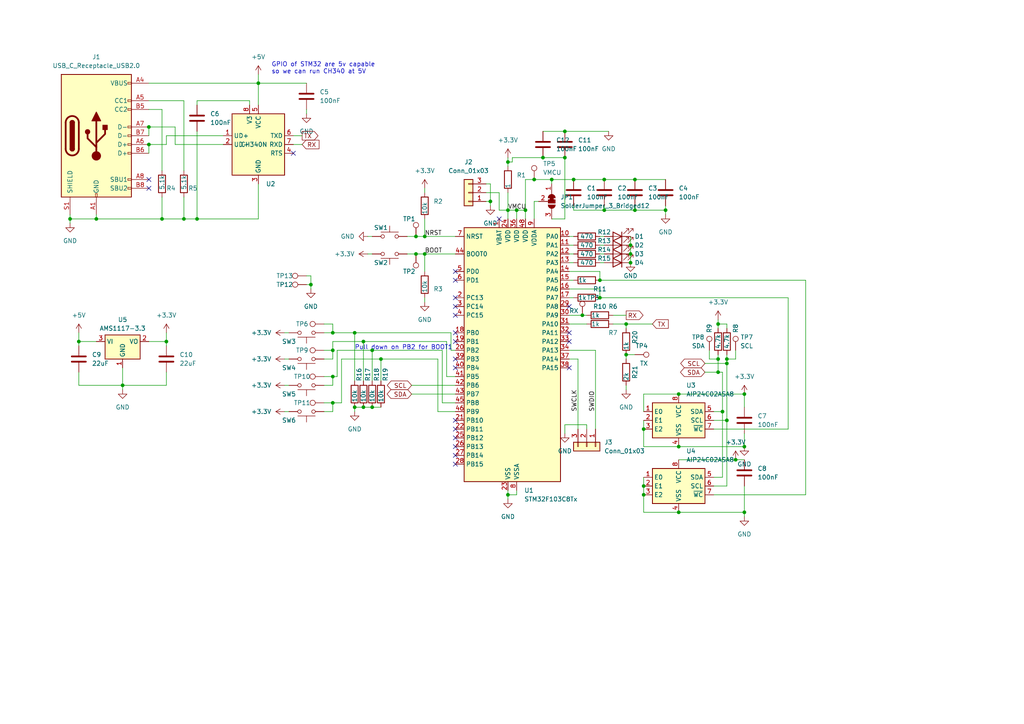
<source format=kicad_sch>
(kicad_sch (version 20230121) (generator eeschema)
  (paper "A4")
  (lib_symbols
    (symbol "CH340N:CH340N"
      (property "Reference" "U" (at -6.35 10.16 0))
      (symbol "CH340N_1_1"
        (pin bidirectional line (at -8.89 2.54 0) (length 2.54) (name "UD+") (number "1"))
        (pin bidirectional line (at -8.89 0 0) (length 2.54) (name "UD-") (number "2"))
        (pin power_in line (at 1.27 -11.43 90) (length 2.54) (name "GND") (number "3"))
        (pin input line (at 11.43 -2.54 180) (length 2.54) (name "RTS") (number "4"))
        (pin power_in line (at 1.27 11.43 270) (length 2.54) (name "VCC") (number "5"))
        (pin output line (at 11.43 2.54 180) (length 2.54) (name "TXD") (number "6"))
        (pin input line (at 11.43 0 180) (length 2.54) (name "RXD") (number "7"))
        (pin passive line (at -1.27 11.43 270) (length 2.54) (name "V3") (number "8"))
      )
    )
    (symbol "Connector:TestPoint" (pin_numbers hide) (pin_names (offset 0.762) hide)
      (property "Reference" "TP" (at 0 6.858 0))
      (property "Value" "TestPoint" (at 0 5.08 0))
      (symbol "TestPoint_1_1"
        (pin passive line (at 0 0 90) (length 2.54) (name "1") (number "1"))
      )
    )
    (symbol "Connector:USB_C_Receptacle_USB2.0" (pin_names (offset 1.016))
      (property "Reference" "J" (at -10.16 19.05 0))
      (property "Value" "USB_C_Receptacle_USB2.0" (at 19.05 19.05 0))
      (symbol "USB_C_Receptacle_USB2.0_1_1"
        (pin passive line (at 0 -22.86 90) (length 5.08) (name "GND") (number "A1"))
        (pin passive line (at 0 -22.86 90) (length 5.08) hide (name "GND") (number "A12"))
        (pin passive line (at 15.24 15.24 180) (length 5.08) (name "VBUS") (number "A4"))
        (pin bidirectional line (at 15.24 10.16 180) (length 5.08) (name "CC1") (number "A5"))
        (pin bidirectional line (at 15.24 -2.54 180) (length 5.08) (name "D+") (number "A6"))
        (pin bidirectional line (at 15.24 2.54 180) (length 5.08) (name "D-") (number "A7"))
        (pin bidirectional line (at 15.24 -12.7 180) (length 5.08) (name "SBU1") (number "A8"))
        (pin passive line (at 15.24 15.24 180) (length 5.08) hide (name "VBUS") (number "A9"))
        (pin passive line (at 0 -22.86 90) (length 5.08) hide (name "GND") (number "B1"))
        (pin passive line (at 0 -22.86 90) (length 5.08) hide (name "GND") (number "B12"))
        (pin passive line (at 15.24 15.24 180) (length 5.08) hide (name "VBUS") (number "B4"))
        (pin bidirectional line (at 15.24 7.62 180) (length 5.08) (name "CC2") (number "B5"))
        (pin bidirectional line (at 15.24 -5.08 180) (length 5.08) (name "D+") (number "B6"))
        (pin bidirectional line (at 15.24 0 180) (length 5.08) (name "D-") (number "B7"))
        (pin bidirectional line (at 15.24 -15.24 180) (length 5.08) (name "SBU2") (number "B8"))
        (pin passive line (at 15.24 15.24 180) (length 5.08) hide (name "VBUS") (number "B9"))
        (pin passive line (at -7.62 -22.86 90) (length 5.08) (name "SHIELD") (number "S1"))
      )
    )
    (symbol "Connector_Generic:Conn_01x03" (pin_names (offset 1.016) hide)
      (property "Reference" "J" (at 0 5.08 0))
      (property "Value" "Conn_01x03" (at 0 -5.08 0))
      (symbol "Conn_01x03_1_1"
        (pin passive line (at -5.08 2.54 0) (length 3.81) (name "Pin_1") (number "1"))
        (pin passive line (at -5.08 0 0) (length 3.81) (name "Pin_2") (number "2"))
        (pin passive line (at -5.08 -2.54 0) (length 3.81) (name "Pin_3") (number "3"))
      )
    )
    (symbol "Device:C" (pin_numbers hide) (pin_names (offset 0.254))
      (property "Reference" "C" (at 0.635 2.54 0))
      (property "Value" "C" (at 0.635 -2.54 0))
      (symbol "C_1_1"
        (pin passive line (at 0 3.81 270) (length 2.794) (name "~") (number "1"))
        (pin passive line (at 0 -3.81 90) (length 2.794) (name "~") (number "2"))
      )
    )
    (symbol "Device:LED" (pin_numbers hide) (pin_names (offset 1.016) hide)
      (property "Reference" "D" (at 0 2.54 0))
      (property "Value" "LED" (at 0 -2.54 0))
      (symbol "LED_1_1"
        (pin passive line (at -3.81 0 0) (length 2.54) (name "K") (number "1"))
        (pin passive line (at 3.81 0 180) (length 2.54) (name "A") (number "2"))
      )
    )
    (symbol "Device:R" (pin_numbers hide) (pin_names (offset 0))
      (property "Reference" "R" (at 2.032 0 90))
      (property "Value" "R" (at 0 0 90))
      (symbol "R_1_1"
        (pin passive line (at 0 3.81 270) (length 1.27) (name "~") (number "1"))
        (pin passive line (at 0 -3.81 90) (length 1.27) (name "~") (number "2"))
      )
    )
    (symbol "Jumper:SolderJumper_3_Bridged12" (pin_names (offset 0) hide)
      (property "Reference" "JP" (at -2.54 -2.54 0))
      (property "Value" "SolderJumper_3_Bridged12" (at 0 2.794 0))
      (symbol "SolderJumper_3_Bridged12_1_1"
        (pin passive line (at -5.08 0 0) (length 2.54) (name "A") (number "1"))
        (pin passive line (at 0 -3.81 90) (length 2.54) (name "C") (number "2"))
        (pin passive line (at 5.08 0 180) (length 2.54) (name "B") (number "3"))
      )
    )
    (symbol "MCU_ST_STM32F1:STM32F103C8Tx"
      (property "Reference" "U" (at -12.7 39.37 0))
      (property "Value" "STM32F103C8Tx" (at 10.16 39.37 0))
      (symbol "STM32F103C8Tx_1_1"
        (pin power_in line (at -2.54 40.64 270) (length 2.54) (name "VBAT") (number "1"))
        (pin bidirectional line (at 17.78 35.56 180) (length 2.54) (name "PA0") (number "10"))
        (pin bidirectional line (at 17.78 33.02 180) (length 2.54) (name "PA1") (number "11"))
        (pin bidirectional line (at 17.78 30.48 180) (length 2.54) (name "PA2") (number "12"))
        (pin bidirectional line (at 17.78 27.94 180) (length 2.54) (name "PA3") (number "13"))
        (pin bidirectional line (at 17.78 25.4 180) (length 2.54) (name "PA4") (number "14"))
        (pin bidirectional line (at 17.78 22.86 180) (length 2.54) (name "PA5") (number "15"))
        (pin bidirectional line (at 17.78 20.32 180) (length 2.54) (name "PA6") (number "16"))
        (pin bidirectional line (at 17.78 17.78 180) (length 2.54) (name "PA7") (number "17"))
        (pin bidirectional line (at -15.24 7.62 0) (length 2.54) (name "PB0") (number "18"))
        (pin bidirectional line (at -15.24 5.08 0) (length 2.54) (name "PB1") (number "19"))
        (pin bidirectional line (at -15.24 17.78 0) (length 2.54) (name "PC13") (number "2"))
        (pin bidirectional line (at -15.24 2.54 0) (length 2.54) (name "PB2") (number "20"))
        (pin bidirectional line (at -15.24 -17.78 0) (length 2.54) (name "PB10") (number "21"))
        (pin bidirectional line (at -15.24 -20.32 0) (length 2.54) (name "PB11") (number "22"))
        (pin power_in line (at 0 -38.1 90) (length 2.54) (name "VSS") (number "23"))
        (pin power_in line (at 0 40.64 270) (length 2.54) (name "VDD") (number "24"))
        (pin bidirectional line (at -15.24 -22.86 0) (length 2.54) (name "PB12") (number "25"))
        (pin bidirectional line (at -15.24 -25.4 0) (length 2.54) (name "PB13") (number "26"))
        (pin bidirectional line (at -15.24 -27.94 0) (length 2.54) (name "PB14") (number "27"))
        (pin bidirectional line (at -15.24 -30.48 0) (length 2.54) (name "PB15") (number "28"))
        (pin bidirectional line (at 17.78 15.24 180) (length 2.54) (name "PA8") (number "29"))
        (pin bidirectional line (at -15.24 15.24 0) (length 2.54) (name "PC14") (number "3"))
        (pin bidirectional line (at 17.78 12.7 180) (length 2.54) (name "PA9") (number "30"))
        (pin bidirectional line (at 17.78 10.16 180) (length 2.54) (name "PA10") (number "31"))
        (pin bidirectional line (at 17.78 7.62 180) (length 2.54) (name "PA11") (number "32"))
        (pin bidirectional line (at 17.78 5.08 180) (length 2.54) (name "PA12") (number "33"))
        (pin bidirectional line (at 17.78 2.54 180) (length 2.54) (name "PA13") (number "34"))
        (pin passive line (at 0 -38.1 90) (length 2.54) hide (name "VSS") (number "35"))
        (pin power_in line (at 2.54 40.64 270) (length 2.54) (name "VDD") (number "36"))
        (pin bidirectional line (at 17.78 0 180) (length 2.54) (name "PA14") (number "37"))
        (pin bidirectional line (at 17.78 -2.54 180) (length 2.54) (name "PA15") (number "38"))
        (pin bidirectional line (at -15.24 0 0) (length 2.54) (name "PB3") (number "39"))
        (pin bidirectional line (at -15.24 12.7 0) (length 2.54) (name "PC15") (number "4"))
        (pin bidirectional line (at -15.24 -2.54 0) (length 2.54) (name "PB4") (number "40"))
        (pin bidirectional line (at -15.24 -5.08 0) (length 2.54) (name "PB5") (number "41"))
        (pin bidirectional line (at -15.24 -7.62 0) (length 2.54) (name "PB6") (number "42"))
        (pin bidirectional line (at -15.24 -10.16 0) (length 2.54) (name "PB7") (number "43"))
        (pin input line (at -15.24 30.48 0) (length 2.54) (name "BOOT0") (number "44"))
        (pin bidirectional line (at -15.24 -12.7 0) (length 2.54) (name "PB8") (number "45"))
        (pin bidirectional line (at -15.24 -15.24 0) (length 2.54) (name "PB9") (number "46"))
        (pin passive line (at 0 -38.1 90) (length 2.54) hide (name "VSS") (number "47"))
        (pin power_in line (at 5.08 40.64 270) (length 2.54) (name "VDD") (number "48"))
        (pin bidirectional line (at -15.24 25.4 0) (length 2.54) (name "PD0") (number "5"))
        (pin bidirectional line (at -15.24 22.86 0) (length 2.54) (name "PD1") (number "6"))
        (pin input line (at -15.24 35.56 0) (length 2.54) (name "NRST") (number "7"))
        (pin power_in line (at 2.54 -38.1 90) (length 2.54) (name "VSSA") (number "8"))
        (pin power_in line (at 7.62 40.64 270) (length 2.54) (name "VDDA") (number "9"))
      )
    )
    (symbol "Memory_EEPROM:M24C02-FMN"
      (property "Reference" "U" (at -6.35 6.35 0))
      (property "Value" "M24C02-FMN" (at 7.62 6.35 0))
      (symbol "M24C02-FMN_1_1"
        (pin input line (at -10.16 2.54 0) (length 2.54) (name "E0") (number "1"))
        (pin input line (at -10.16 0 0) (length 2.54) (name "E1") (number "2"))
        (pin input line (at -10.16 -2.54 0) (length 2.54) (name "E2") (number "3"))
        (pin power_in line (at 0 -7.62 90) (length 2.54) (name "VSS") (number "4"))
        (pin bidirectional line (at 10.16 2.54 180) (length 2.54) (name "SDA") (number "5"))
        (pin input line (at 10.16 0 180) (length 2.54) (name "SCL") (number "6"))
        (pin input line (at 10.16 -2.54 180) (length 2.54) (name "~{WC}") (number "7"))
        (pin power_in line (at 0 7.62 270) (length 2.54) (name "VCC") (number "8"))
      )
    )
    (symbol "Regulator_Linear:AMS1117-3.3"
      (property "Reference" "U" (at -3.81 3.175 0))
      (property "Value" "AMS1117-3.3" (at 0 3.175 0))
      (symbol "AMS1117-3.3_1_1"
        (pin power_in line (at 0 -7.62 90) (length 2.54) (name "GND") (number "1"))
        (pin power_out line (at 7.62 0 180) (length 2.54) (name "VO") (number "2"))
        (pin power_in line (at -7.62 0 0) (length 2.54) (name "VI") (number "3"))
      )
    )
    (symbol "Switch:SW_Push" (pin_numbers hide) (pin_names (offset 1.016) hide)
      (property "Reference" "SW" (at 1.27 2.54 0))
      (property "Value" "SW_Push" (at 0 -1.524 0))
      (symbol "SW_Push_0_1"
        (pin passive line (at -5.08 0 0) (length 2.54) (name "1") (number "1"))
        (pin passive line (at 5.08 0 180) (length 2.54) (name "2") (number "2"))
      )
    )
    (symbol "power:+3.3V" (power) (pin_names (offset 0))
      (property "Value" "+3.3V" (at 0 3.556 0))
      (symbol "+3.3V_1_1"
        (pin power_in line (at 0 0 90) (length 0) hide (name "+3.3V") (number "1"))
      )
    )
    (symbol "power:+5V" (power) (pin_names (offset 0))
      (property "Value" "+5V" (at 0 3.556 0))
      (symbol "+5V_1_1"
        (pin power_in line (at 0 0 90) (length 0) hide (name "+5V") (number "1"))
      )
    )
    (symbol "power:GND" (power) (pin_names (offset 0))
      (property "Value" "GND" (at 0 -3.81 0))
      (symbol "GND_1_1"
        (pin power_in line (at 0 0 270) (length 0) hide (name "GND") (number "1"))
      )
    )
  )
  (junction (at 215.9 114.3))
  (junction (at 166.37 52.07))
  (junction (at 210.82 105.41))
  (junction (at 215.9 129.54))
  (junction (at 22.86 99.06))
  (junction (at 43.18 41.91))
  (junction (at 208.28 104.14))
  (junction (at 147.32 46.99))
  (junction (at 163.83 38.1))
  (junction (at 181.61 102.87))
  (junction (at 182.88 76.2))
  (junction (at 96.52 96.52))
  (junction (at 173.99 81.28))
  (junction (at 208.28 93.98))
  (junction (at 193.04 60.96))
  (junction (at 215.9 148.59))
  (junction (at 96.52 116.84))
  (junction (at 105.41 118.11))
  (junction (at 210.82 121.92))
  (junction (at 147.32 143.51))
  (junction (at 175.26 60.96))
  (junction (at 35.56 111.76))
  (junction (at 120.65 68.58))
  (junction (at 110.49 104.14))
  (junction (at 57.15 63.5))
  (junction (at 210.82 104.14))
  (junction (at 20.32 63.5))
  (junction (at 196.85 148.59))
  (junction (at 107.95 101.6))
  (junction (at 157.48 45.72))
  (junction (at 120.65 73.66))
  (junction (at 96.52 109.22))
  (junction (at 208.28 107.95))
  (junction (at 123.19 68.58))
  (junction (at 213.36 133.35))
  (junction (at 173.99 86.36))
  (junction (at 196.85 114.3))
  (junction (at 152.4 60.96))
  (junction (at 123.19 73.66))
  (junction (at 163.83 45.72))
  (junction (at 182.88 73.66))
  (junction (at 90.17 82.55))
  (junction (at 96.52 101.6))
  (junction (at 74.93 24.13))
  (junction (at 147.32 60.96))
  (junction (at 196.85 129.54))
  (junction (at 168.91 91.44))
  (junction (at 27.94 63.5))
  (junction (at 181.61 93.98))
  (junction (at 48.26 99.06))
  (junction (at 43.18 36.83))
  (junction (at 175.26 52.07))
  (junction (at 184.15 52.07))
  (junction (at 102.87 96.52))
  (junction (at 186.69 143.51))
  (junction (at 160.02 52.07))
  (junction (at 186.69 140.97))
  (junction (at 184.15 60.96))
  (junction (at 186.69 124.46))
  (junction (at 182.88 71.12))
  (junction (at 154.94 52.07))
  (junction (at 149.86 60.96))
  (junction (at 53.34 63.5))
  (junction (at 142.24 58.42))
  (junction (at 46.99 63.5))
  (junction (at 107.95 118.11))
  (junction (at 209.55 119.38))
  (junction (at 102.87 118.11))
  (junction (at 105.41 99.06))
  (no_connect (at 132.08 86.36))
  (no_connect (at 132.08 78.74))
  (no_connect (at 132.08 127))
  (no_connect (at 165.1 96.52))
  (no_connect (at 43.18 52.07))
  (no_connect (at 132.08 129.54))
  (no_connect (at 132.08 81.28))
  (no_connect (at 165.1 106.68))
  (no_connect (at 144.78 63.5))
  (no_connect (at 132.08 132.08))
  (no_connect (at 132.08 99.06))
  (no_connect (at 132.08 91.44))
  (no_connect (at 85.09 44.45))
  (no_connect (at 165.1 99.06))
  (no_connect (at 43.18 54.61))
  (no_connect (at 132.08 134.62))
  (no_connect (at 132.08 104.14))
  (no_connect (at 132.08 96.52))
  (no_connect (at 132.08 124.46))
  (no_connect (at 132.08 88.9))
  (no_connect (at 132.08 121.92))
  (no_connect (at 165.1 88.9))
  (no_connect (at 132.08 106.68))
  (wire (pts (xy 123.19 73.66) (xy 132.08 73.66)))
  (wire (pts (xy 182.88 68.58) (xy 182.88 71.12)))
  (wire (pts (xy 209.55 119.38) (xy 209.55 138.43)))
  (wire (pts (xy 215.9 148.59) (xy 215.9 149.86)))
  (wire (pts (xy 186.69 124.46) (xy 186.69 129.54)))
  (wire (pts (xy 123.19 68.58) (xy 123.19 63.5)))
  (wire (pts (xy 209.55 138.43) (xy 207.01 138.43)))
  (wire (pts (xy 208.28 93.98) (xy 208.28 95.25)))
  (wire (pts (xy 165.1 78.74) (xy 173.99 78.74)))
  (wire (pts (xy 93.98 109.22) (xy 96.52 109.22)))
  (wire (pts (xy 157.48 38.1) (xy 163.83 38.1)))
  (wire (pts (xy 210.82 121.92) (xy 207.01 121.92)))
  (wire (pts (xy 97.79 109.22) (xy 97.79 101.6)))
  (wire (pts (xy 50.8 41.91) (xy 50.8 36.83)))
  (wire (pts (xy 105.41 99.06) (xy 96.52 99.06)))
  (wire (pts (xy 57.15 63.5) (xy 74.93 63.5)))
  (wire (pts (xy 209.55 107.95) (xy 208.28 107.95)))
  (wire (pts (xy 196.85 133.35) (xy 213.36 133.35)))
  (wire (pts (xy 210.82 104.14) (xy 210.82 105.41)))
  (wire (pts (xy 57.15 38.1) (xy 57.15 63.5)))
  (wire (pts (xy 142.24 59.69) (xy 142.24 58.42)))
  (wire (pts (xy 120.65 68.58) (xy 123.19 68.58)))
  (wire (pts (xy 228.6 86.36) (xy 228.6 124.46)))
  (wire (pts (xy 123.19 68.58) (xy 132.08 68.58)))
  (wire (pts (xy 140.97 53.34) (xy 142.24 53.34)))
  (wire (pts (xy 181.61 93.98) (xy 181.61 95.25)))
  (wire (pts (xy 215.9 140.97) (xy 215.9 148.59)))
  (wire (pts (xy 165.1 101.6) (xy 172.72 101.6)))
  (wire (pts (xy 93.98 96.52) (xy 96.52 96.52)))
  (wire (pts (xy 22.86 111.76) (xy 22.86 107.95)))
  (wire (pts (xy 85.09 39.37) (xy 87.63 39.37)))
  (wire (pts (xy 93.98 116.84) (xy 96.52 116.84)))
  (wire (pts (xy 27.94 63.5) (xy 27.94 62.23)))
  (wire (pts (xy 163.83 125.73) (xy 163.83 123.19)))
  (wire (pts (xy 96.52 96.52) (xy 102.87 96.52)))
  (wire (pts (xy 46.99 31.75) (xy 43.18 31.75)))
  (wire (pts (xy 170.18 123.19) (xy 170.18 124.46)))
  (wire (pts (xy 48.26 100.33) (xy 48.26 99.06)))
  (wire (pts (xy 96.52 93.98) (xy 96.52 96.52)))
  (wire (pts (xy 173.99 86.36) (xy 228.6 86.36)))
  (wire (pts (xy 102.87 118.11) (xy 105.41 118.11)))
  (wire (pts (xy 163.83 38.1) (xy 176.53 38.1)))
  (wire (pts (xy 123.19 86.36) (xy 123.19 87.63)))
  (wire (pts (xy 193.04 59.69) (xy 193.04 60.96)))
  (wire (pts (xy 128.27 101.6) (xy 128.27 116.84)))
  (wire (pts (xy 96.52 109.22) (xy 96.52 111.76)))
  (wire (pts (xy 99.06 116.84) (xy 96.52 116.84)))
  (wire (pts (xy 88.9 31.75) (xy 88.9 33.02)))
  (wire (pts (xy 147.32 143.51) (xy 147.32 144.78)))
  (wire (pts (xy 208.28 107.95) (xy 204.47 107.95)))
  (wire (pts (xy 97.79 101.6) (xy 107.95 101.6)))
  (wire (pts (xy 204.47 105.41) (xy 210.82 105.41)))
  (wire (pts (xy 154.94 63.5) (xy 154.94 58.42)))
  (wire (pts (xy 20.32 62.23) (xy 20.32 63.5)))
  (wire (pts (xy 43.18 36.83) (xy 43.18 39.37)))
  (wire (pts (xy 147.32 60.96) (xy 147.32 63.5)))
  (wire (pts (xy 165.1 86.36) (xy 166.37 86.36)))
  (wire (pts (xy 130.81 101.6) (xy 132.08 101.6)))
  (wire (pts (xy 168.91 91.44) (xy 170.18 91.44)))
  (wire (pts (xy 96.52 116.84) (xy 96.52 119.38)))
  (wire (pts (xy 74.93 63.5) (xy 74.93 53.34)))
  (wire (pts (xy 50.8 36.83) (xy 43.18 36.83)))
  (wire (pts (xy 22.86 100.33) (xy 22.86 99.06)))
  (wire (pts (xy 154.94 58.42) (xy 156.21 58.42)))
  (wire (pts (xy 165.1 81.28) (xy 166.37 81.28)))
  (wire (pts (xy 186.69 143.51) (xy 186.69 148.59)))
  (wire (pts (xy 46.99 63.5) (xy 53.34 63.5)))
  (wire (pts (xy 102.87 118.11) (xy 102.87 119.38)))
  (wire (pts (xy 46.99 49.53) (xy 46.99 31.75)))
  (wire (pts (xy 85.09 41.91) (xy 87.63 41.91)))
  (wire (pts (xy 215.9 129.54) (xy 215.9 125.73)))
  (wire (pts (xy 43.18 41.91) (xy 43.18 44.45)))
  (wire (pts (xy 165.1 93.98) (xy 170.18 93.98)))
  (wire (pts (xy 53.34 29.21) (xy 53.34 49.53)))
  (wire (pts (xy 90.17 82.55) (xy 90.17 83.82)))
  (wire (pts (xy 118.11 68.58) (xy 120.65 68.58)))
  (wire (pts (xy 167.64 104.14) (xy 167.64 124.46)))
  (wire (pts (xy 186.69 140.97) (xy 186.69 143.51)))
  (wire (pts (xy 165.1 73.66) (xy 166.37 73.66)))
  (wire (pts (xy 173.99 68.58) (xy 175.26 68.58)))
  (wire (pts (xy 96.52 99.06) (xy 96.52 101.6)))
  (wire (pts (xy 208.28 93.98) (xy 210.82 93.98)))
  (wire (pts (xy 140.97 55.88) (xy 144.78 55.88)))
  (wire (pts (xy 186.69 148.59) (xy 196.85 148.59)))
  (wire (pts (xy 129.54 99.06) (xy 105.41 99.06)))
  (wire (pts (xy 165.1 91.44) (xy 168.91 91.44)))
  (wire (pts (xy 22.86 99.06) (xy 27.94 99.06)))
  (wire (pts (xy 210.82 104.14) (xy 213.36 104.14)))
  (wire (pts (xy 119.38 114.3) (xy 132.08 114.3)))
  (wire (pts (xy 53.34 63.5) (xy 57.15 63.5)))
  (wire (pts (xy 165.1 76.2) (xy 166.37 76.2)))
  (wire (pts (xy 119.38 111.76) (xy 132.08 111.76)))
  (wire (pts (xy 166.37 60.96) (xy 166.37 59.69)))
  (wire (pts (xy 132.08 116.84) (xy 128.27 116.84)))
  (wire (pts (xy 48.26 96.52) (xy 48.26 99.06)))
  (wire (pts (xy 48.26 39.37) (xy 64.77 39.37)))
  (wire (pts (xy 93.98 119.38) (xy 96.52 119.38)))
  (wire (pts (xy 93.98 101.6) (xy 96.52 101.6)))
  (wire (pts (xy 99.06 104.14) (xy 99.06 116.84)))
  (wire (pts (xy 43.18 99.06) (xy 48.26 99.06)))
  (wire (pts (xy 149.86 60.96) (xy 149.86 63.5)))
  (wire (pts (xy 82.55 96.52) (xy 83.82 96.52)))
  (wire (pts (xy 196.85 114.3) (xy 215.9 114.3)))
  (wire (pts (xy 93.98 104.14) (xy 96.52 104.14)))
  (wire (pts (xy 173.99 81.28) (xy 233.68 81.28)))
  (wire (pts (xy 123.19 73.66) (xy 120.65 73.66)))
  (wire (pts (xy 152.4 60.96) (xy 152.4 63.5)))
  (wire (pts (xy 173.99 78.74) (xy 173.99 81.28)))
  (wire (pts (xy 105.41 118.11) (xy 107.95 118.11)))
  (wire (pts (xy 132.08 109.22) (xy 129.54 109.22)))
  (wire (pts (xy 127 119.38) (xy 132.08 119.38)))
  (wire (pts (xy 144.78 60.96) (xy 147.32 60.96)))
  (wire (pts (xy 181.61 102.87) (xy 181.61 104.14)))
  (wire (pts (xy 166.37 52.07) (xy 160.02 52.07)))
  (wire (pts (xy 148.59 46.99) (xy 147.32 46.99)))
  (wire (pts (xy 209.55 119.38) (xy 209.55 107.95)))
  (wire (pts (xy 88.9 82.55) (xy 90.17 82.55)))
  (wire (pts (xy 160.02 52.07) (xy 154.94 52.07)))
  (wire (pts (xy 165.1 68.58) (xy 166.37 68.58)))
  (wire (pts (xy 147.32 46.99) (xy 147.32 48.26)))
  (wire (pts (xy 207.01 119.38) (xy 209.55 119.38)))
  (wire (pts (xy 177.8 93.98) (xy 181.61 93.98)))
  (wire (pts (xy 215.9 114.3) (xy 215.9 118.11)))
  (wire (pts (xy 48.26 111.76) (xy 35.56 111.76)))
  (wire (pts (xy 165.1 71.12) (xy 166.37 71.12)))
  (wire (pts (xy 163.83 123.19) (xy 170.18 123.19)))
  (wire (pts (xy 207.01 140.97) (xy 210.82 140.97)))
  (wire (pts (xy 20.32 63.5) (xy 27.94 63.5)))
  (wire (pts (xy 210.82 102.87) (xy 210.82 104.14)))
  (wire (pts (xy 123.19 54.61) (xy 123.19 55.88)))
  (wire (pts (xy 177.8 91.44) (xy 181.61 91.44)))
  (wire (pts (xy 35.56 111.76) (xy 35.56 113.03)))
  (wire (pts (xy 102.87 96.52) (xy 102.87 110.49)))
  (wire (pts (xy 213.36 133.35) (xy 215.9 133.35)))
  (wire (pts (xy 175.26 59.69) (xy 175.26 60.96)))
  (wire (pts (xy 181.61 111.76) (xy 181.61 113.03)))
  (wire (pts (xy 157.48 45.72) (xy 148.59 45.72)))
  (wire (pts (xy 182.88 71.12) (xy 182.88 73.66)))
  (wire (pts (xy 208.28 104.14) (xy 208.28 107.95)))
  (wire (pts (xy 163.83 63.5) (xy 163.83 45.72)))
  (wire (pts (xy 127 104.14) (xy 127 119.38)))
  (wire (pts (xy 96.52 109.22) (xy 97.79 109.22)))
  (wire (pts (xy 193.04 52.07) (xy 184.15 52.07)))
  (wire (pts (xy 48.26 107.95) (xy 48.26 111.76)))
  (wire (pts (xy 210.82 140.97) (xy 210.82 121.92)))
  (wire (pts (xy 43.18 29.21) (xy 53.34 29.21)))
  (wire (pts (xy 96.52 101.6) (xy 96.52 104.14)))
  (wire (pts (xy 149.86 143.51) (xy 149.86 142.24)))
  (wire (pts (xy 160.02 63.5) (xy 163.83 63.5)))
  (wire (pts (xy 35.56 111.76) (xy 35.56 106.68)))
  (wire (pts (xy 210.82 105.41) (xy 210.82 121.92)))
  (wire (pts (xy 149.86 60.96) (xy 152.4 60.96)))
  (wire (pts (xy 173.99 71.12) (xy 175.26 71.12)))
  (wire (pts (xy 118.11 73.66) (xy 120.65 73.66)))
  (wire (pts (xy 184.15 59.69) (xy 184.15 60.96)))
  (wire (pts (xy 93.98 93.98) (xy 96.52 93.98)))
  (wire (pts (xy 102.87 96.52) (xy 130.81 96.52)))
  (wire (pts (xy 173.99 76.2) (xy 175.26 76.2)))
  (wire (pts (xy 93.98 111.76) (xy 96.52 111.76)))
  (wire (pts (xy 147.32 45.72) (xy 147.32 46.99)))
  (wire (pts (xy 165.1 83.82) (xy 173.99 83.82)))
  (wire (pts (xy 46.99 63.5) (xy 46.99 57.15)))
  (wire (pts (xy 72.39 30.48) (xy 72.39 29.21)))
  (wire (pts (xy 50.8 41.91) (xy 64.77 41.91)))
  (wire (pts (xy 228.6 124.46) (xy 207.01 124.46)))
  (wire (pts (xy 82.55 104.14) (xy 83.82 104.14)))
  (wire (pts (xy 147.32 142.24) (xy 147.32 143.51)))
  (wire (pts (xy 74.93 24.13) (xy 88.9 24.13)))
  (wire (pts (xy 105.41 99.06) (xy 105.41 110.49)))
  (wire (pts (xy 82.55 111.76) (xy 83.82 111.76)))
  (wire (pts (xy 106.68 73.66) (xy 107.95 73.66)))
  (wire (pts (xy 181.61 93.98) (xy 189.23 93.98)))
  (wire (pts (xy 186.69 129.54) (xy 196.85 129.54)))
  (wire (pts (xy 147.32 143.51) (xy 149.86 143.51)))
  (wire (pts (xy 43.18 24.13) (xy 74.93 24.13)))
  (wire (pts (xy 130.81 96.52) (xy 130.81 101.6)))
  (wire (pts (xy 107.95 101.6) (xy 128.27 101.6)))
  (wire (pts (xy 48.26 41.91) (xy 48.26 39.37)))
  (wire (pts (xy 27.94 63.5) (xy 46.99 63.5)))
  (wire (pts (xy 193.04 60.96) (xy 193.04 62.23)))
  (wire (pts (xy 210.82 93.98) (xy 210.82 95.25)))
  (wire (pts (xy 35.56 111.76) (xy 22.86 111.76)))
  (wire (pts (xy 43.18 41.91) (xy 48.26 41.91)))
  (wire (pts (xy 142.24 53.34) (xy 142.24 58.42)))
  (wire (pts (xy 208.28 102.87) (xy 208.28 104.14)))
  (wire (pts (xy 148.59 45.72) (xy 148.59 46.99)))
  (wire (pts (xy 74.93 21.59) (xy 74.93 24.13)))
  (wire (pts (xy 165.1 104.14) (xy 167.64 104.14)))
  (wire (pts (xy 20.32 63.5) (xy 20.32 64.77)))
  (wire (pts (xy 72.39 29.21) (xy 57.15 29.21)))
  (wire (pts (xy 205.74 101.6) (xy 205.74 104.14)))
  (wire (pts (xy 186.69 138.43) (xy 186.69 140.97)))
  (wire (pts (xy 207.01 143.51) (xy 233.68 143.51)))
  (wire (pts (xy 184.15 52.07) (xy 175.26 52.07)))
  (wire (pts (xy 147.32 60.96) (xy 149.86 60.96)))
  (wire (pts (xy 213.36 104.14) (xy 213.36 101.6)))
  (wire (pts (xy 107.95 101.6) (xy 107.95 110.49)))
  (wire (pts (xy 173.99 83.82) (xy 173.99 86.36)))
  (wire (pts (xy 154.94 52.07) (xy 152.4 52.07)))
  (wire (pts (xy 160.02 52.07) (xy 160.02 53.34)))
  (wire (pts (xy 152.4 52.07) (xy 152.4 60.96)))
  (wire (pts (xy 205.74 104.14) (xy 208.28 104.14)))
  (wire (pts (xy 172.72 101.6) (xy 172.72 124.46)))
  (wire (pts (xy 175.26 52.07) (xy 166.37 52.07)))
  (wire (pts (xy 186.69 114.3) (xy 196.85 114.3)))
  (wire (pts (xy 90.17 80.01) (xy 90.17 82.55)))
  (wire (pts (xy 233.68 81.28) (xy 233.68 143.51)))
  (wire (pts (xy 173.99 73.66) (xy 175.26 73.66)))
  (wire (pts (xy 147.32 55.88) (xy 147.32 60.96)))
  (wire (pts (xy 163.83 45.72) (xy 157.48 45.72)))
  (wire (pts (xy 110.49 104.14) (xy 99.06 104.14)))
  (wire (pts (xy 88.9 80.01) (xy 90.17 80.01)))
  (wire (pts (xy 181.61 102.87) (xy 184.15 102.87)))
  (wire (pts (xy 53.34 63.5) (xy 53.34 57.15)))
  (wire (pts (xy 106.68 68.58) (xy 107.95 68.58)))
  (wire (pts (xy 196.85 148.59) (xy 215.9 148.59)))
  (wire (pts (xy 123.19 78.74) (xy 123.19 73.66)))
  (wire (pts (xy 142.24 58.42) (xy 140.97 58.42)))
  (wire (pts (xy 186.69 119.38) (xy 186.69 114.3)))
  (wire (pts (xy 182.88 73.66) (xy 182.88 76.2)))
  (wire (pts (xy 208.28 92.71) (xy 208.28 93.98)))
  (wire (pts (xy 186.69 121.92) (xy 186.69 124.46)))
  (wire (pts (xy 22.86 96.52) (xy 22.86 99.06)))
  (wire (pts (xy 82.55 119.38) (xy 83.82 119.38)))
  (wire (pts (xy 74.93 24.13) (xy 74.93 30.48)))
  (wire (pts (xy 57.15 29.21) (xy 57.15 30.48)))
  (wire (pts (xy 175.26 60.96) (xy 166.37 60.96)))
  (wire (pts (xy 110.49 104.14) (xy 127 104.14)))
  (wire (pts (xy 144.78 55.88) (xy 144.78 60.96)))
  (wire (pts (xy 193.04 60.96) (xy 184.15 60.96)))
  (wire (pts (xy 110.49 104.14) (xy 110.49 110.49)))
  (wire (pts (xy 196.85 129.54) (xy 215.9 129.54)))
  (wire (pts (xy 107.95 118.11) (xy 110.49 118.11)))
  (wire (pts (xy 184.15 60.96) (xy 175.26 60.96)))
  (wire (pts (xy 129.54 109.22) (xy 129.54 99.06)))
  (text "GPIO of STM32 are 5v capable\nso we can run CH340 at 5V" (at 78.74 21.59 0) (effects (font (size 1.27 1.27)) (justify left bottom)))
  (text "Pull down on PB2 for BOOT1" (at 102.87 101.6 0) (effects (font (size 1.27 1.27)) (justify left bottom)))
  (label "SWDIO" (at 172.72 119.38 90))
  (label "SWCLK" (at 167.64 119.38 90))
  (label "NRST" (at 123.19 68.58 0))
  (label "VMCU" (at 147.32 60.96 0))
  (label "BOOT" (at 123.19 73.66 0))
  (global_label "SDA" (shape bidirectional) (at 204.47 107.95 180) (property "Intersheetrefs" "${INTERSHEET_REFS}" (effects hide)))
  (global_label "RX" (shape input) (at 87.63 41.91 0) (property "Intersheetrefs" "${INTERSHEET_REFS}" (effects hide)))
  (global_label "TX" (shape input) (at 189.23 93.98 0) (property "Intersheetrefs" "${INTERSHEET_REFS}" (effects hide)))
  (global_label "TX" (shape output) (at 87.63 39.37 0) (property "Intersheetrefs" "${INTERSHEET_REFS}" (effects hide)))
  (global_label "SCL" (shape bidirectional) (at 204.47 105.41 180) (property "Intersheetrefs" "${INTERSHEET_REFS}" (effects hide)))
  (global_label "SDA" (shape bidirectional) (at 119.38 114.3 180) (property "Intersheetrefs" "${INTERSHEET_REFS}" (effects hide)))
  (global_label "SCL" (shape bidirectional) (at 119.38 111.76 180) (property "Intersheetrefs" "${INTERSHEET_REFS}" (effects hide)))
  (global_label "RX" (shape output) (at 181.61 91.44 0) (property "Intersheetrefs" "${INTERSHEET_REFS}" (effects hide)))
  (symbol (lib_id "Device:R") (at 102.87 114.3 0) (mirror x) (unit 1)
    (property "Reference" "R16" (at 104.14 106.68 90) (effects (justify left)))
    (property "Value" "10k" (at 102.87 113.03 90) (effects (justify left)))
    (property "Footprint" "Resistor_SMD:R_0603_1608Metric" (effects hide))
    (property "LCSC" "C25804" (effects hide))
  )
  (symbol (lib_id "power:GND") (at 163.83 125.73 0) (unit 1)
    (property "Reference" "#PWR028" (effects hide))
    (property "Value" "GND" (at 163.83 130.81 0))
  )
  (symbol (lib_id "Connector:TestPoint") (at 93.98 93.98 90) (mirror x) (unit 1)
    (property "Reference" "TP6" (at 87.63 93.98 90))
    (property "Value" "TestPoint" (effects hide))
    (property "Footprint" "TP:TestPoint_CLIP" (effects hide))
  )
  (symbol (lib_id "Jumper:SolderJumper_3_Bridged12") (at 160.02 58.42 270) (unit 1)
    (property "Reference" "JP1" (at 162.56 57.15 90) (effects (justify left)))
    (property "Value" "SolderJumper_3_Bridged12" (at 162.56 59.69 90) (effects (justify left)))
    (property "Footprint" "Jumper:SolderJumper-3_P1.3mm_Bridged12_RoundedPad1.0x1.5mm" (effects hide))
  )
  (symbol (lib_id "Device:C") (at 163.83 41.91 0) (unit 1)
    (property "Reference" "C11" (at 167.64 40.64 0) (effects (justify left)))
    (property "Value" "100nF" (at 167.64 43.18 0) (effects (justify left)))
    (property "Footprint" "Capacitor_SMD:C_0603_1608Metric" (effects hide))
    (property "LCSC" "C14663" (effects hide))
  )
  (symbol (lib_id "Device:R") (at 46.99 53.34 0) (mirror x) (unit 1)
    (property "Reference" "R4" (at 48.26 54.61 0) (effects (justify left)))
    (property "Value" "5.1k" (at 46.99 50.8 90) (effects (justify left)))
    (property "Footprint" "Resistor_SMD:R_0603_1608Metric" (effects hide))
    (property "LCSC" "C23186" (effects hide))
  )
  (symbol (lib_id "power:+5V") (at 22.86 96.52 0) (unit 1)
    (property "Reference" "#PWR024" (effects hide))
    (property "Value" "+5V" (at 22.86 91.44 0))
  )
  (symbol (lib_id "Connector:TestPoint") (at 93.98 116.84 90) (mirror x) (unit 1)
    (property "Reference" "TP11" (at 87.63 116.84 90))
    (property "Value" "TestPoint" (effects hide))
    (property "Footprint" "TP:TestPoint_CLIP" (effects hide))
  )
  (symbol (lib_id "Switch:SW_Push") (at 88.9 96.52 0) (mirror x) (unit 1)
    (property "Reference" "SW3" (at 83.82 99.06 0))
    (property "Value" "SW_Push" (effects hide))
    (property "Footprint" "Button_Switch_SMD:SW_Push_1P1T_NO_6x6mm_H9.5mm" (effects hide))
    (property "LCSC" "C2888576" (effects hide))
  )
  (symbol (lib_id "Connector:TestPoint") (at 184.15 102.87 270) (mirror x) (unit 1)
    (property "Reference" "TP4" (at 187.96 100.33 90) (effects (justify right)))
    (property "Value" "TX" (at 187.96 105.41 90) (effects (justify right)))
    (property "Footprint" "TP:TestPoint_CLIP" (effects hide))
  )
  (symbol (lib_id "Switch:SW_Push") (at 88.9 119.38 0) (mirror x) (unit 1)
    (property "Reference" "SW6" (at 83.82 121.92 0))
    (property "Value" "SW_Push" (effects hide))
    (property "Footprint" "Button_Switch_SMD:SW_Push_1P1T_NO_6x6mm_H9.5mm" (effects hide))
    (property "LCSC" "C2888576" (effects hide))
  )
  (symbol (lib_id "Device:R") (at 181.61 107.95 0) (mirror y) (unit 1)
    (property "Reference" "R21" (at 184.15 107.95 90))
    (property "Value" "2k" (at 181.61 109.22 90))
    (property "Footprint" "Resistor_SMD:R_0603_1608Metric" (effects hide))
    (property "LCSC" "C22975" (effects hide))
  )
  (symbol (lib_id "Device:R") (at 147.32 52.07 0) (unit 1)
    (property "Reference" "R1" (at 149.86 50.8 0) (effects (justify left)))
    (property "Value" "1" (at 147.32 54.61 90) (effects (justify left)))
    (property "Footprint" "Resistor_SMD:R_0603_1608Metric" (effects hide))
    (property "LCSC" "C22936" (effects hide))
  )
  (symbol (lib_id "Switch:SW_Push") (at 113.03 68.58 0) (unit 1)
    (property "Reference" "SW1" (at 110.49 66.04 0))
    (property "Value" "SW_Push" (effects hide))
    (property "Footprint" "Button_Switch_SMD:SW_Push_1P1T_NO_6x6mm_H9.5mm" (effects hide))
    (property "LCSC" "C2888576" (effects hide))
  )
  (symbol (lib_id "Device:C") (at 193.04 55.88 0) (unit 1)
    (property "Reference" "C4" (at 196.85 54.61 0) (effects (justify left)))
    (property "Value" "100nF" (at 196.85 57.15 0) (effects (justify left)))
    (property "Footprint" "Capacitor_SMD:C_0603_1608Metric" (effects hide))
    (property "LCSC" "C14663" (effects hide))
  )
  (symbol (lib_id "power:GND") (at 147.32 144.78 0) (unit 1)
    (property "Reference" "#PWR026" (effects hide))
    (property "Value" "GND" (at 147.32 149.86 0))
  )
  (symbol (lib_id "Memory_EEPROM:M24C02-FMN") (at 196.85 121.92 0) (unit 1)
    (property "Reference" "U3" (at 199.0441 111.76 0) (effects (justify left)))
    (property "Value" "AIP24C02ASA8" (at 199.0441 114.3 0) (effects (justify left)))
    (property "Footprint" "Package_SO:SOIC-8_3.9x4.9mm_P1.27mm" (effects hide))
    (property "Datasheet" "http://www.st.com/content/ccc/resource/technical/document/datasheet/b0/d8/50/40/5a/85/49/6f/DM00071904.pdf/files/DM00071904.pdf/jcr:content/translations/en.DM00071904.pdf" (effects hide))
    (property "LCSC" "C3024252" (effects hide))
  )
  (symbol (lib_id "Device:C") (at 57.15 34.29 0) (unit 1)
    (property "Reference" "C6" (at 60.96 33.02 0) (effects (justify left)))
    (property "Value" "100nF" (at 60.96 35.56 0) (effects (justify left)))
    (property "Footprint" "Capacitor_SMD:C_0603_1608Metric" (effects hide))
    (property "LCSC" "C14663" (effects hide))
  )
  (symbol (lib_id "Device:R") (at 170.18 86.36 270) (mirror x) (unit 1)
    (property "Reference" "R10" (at 173.99 88.9 90))
    (property "Value" "1k" (at 168.91 86.36 90))
    (property "Footprint" "Resistor_SMD:R_0603_1608Metric" (effects hide))
    (property "LCSC" "C21190" (effects hide))
  )
  (symbol (lib_id "power:+5V") (at 74.93 21.59 0) (unit 1)
    (property "Reference" "#PWR07" (effects hide))
    (property "Value" "+5V" (at 74.93 16.51 0))
  )
  (symbol (lib_id "power:GND") (at 88.9 33.02 0) (unit 1)
    (property "Reference" "#PWR08" (effects hide))
    (property "Value" "GND" (at 88.9 38.1 0))
  )
  (symbol (lib_id "power:+3.3V") (at 215.9 114.3 0) (unit 1)
    (property "Reference" "#PWR012" (effects hide))
    (property "Value" "+3.3V" (at 215.9 109.22 0))
  )
  (symbol (lib_id "Device:R") (at 173.99 93.98 270) (mirror x) (unit 1)
    (property "Reference" "R7" (at 177.8 96.52 90))
    (property "Value" "1k" (at 172.72 93.98 90))
    (property "Footprint" "Resistor_SMD:R_0603_1608Metric" (effects hide))
    (property "LCSC" "C21190" (effects hide))
  )
  (symbol (lib_id "Device:LED") (at 179.07 71.12 180) (unit 1)
    (property "Reference" "D2" (at 185.42 71.12 0))
    (property "Value" "LED" (effects hide))
    (property "Footprint" "Diode_SMD:D_0805_2012Metric" (effects hide))
    (property "LCSC" "C2296" (effects hide))
  )
  (symbol (lib_id "power:+3.3V") (at 213.36 133.35 0) (unit 1)
    (property "Reference" "#PWR013" (effects hide))
    (property "Value" "+3.3V" (at 213.36 128.27 0))
  )
  (symbol (lib_id "power:+3.3V") (at 123.19 54.61 0) (unit 1)
    (property "Reference" "#PWR04" (effects hide))
    (property "Value" "+3.3V" (at 123.19 49.53 0))
  )
  (symbol (lib_id "Device:C") (at 157.48 41.91 0) (unit 1)
    (property "Reference" "C12" (at 161.29 40.64 0) (effects (justify left)))
    (property "Value" "100nF" (at 161.29 43.18 0) (effects (justify left)))
    (property "Footprint" "Capacitor_SMD:C_0603_1608Metric" (effects hide))
    (property "LCSC" "C14663" (effects hide))
  )
  (symbol (lib_id "Connector:TestPoint") (at 93.98 101.6 90) (mirror x) (unit 1)
    (property "Reference" "TP9" (at 87.63 101.6 90))
    (property "Value" "TestPoint" (effects hide))
    (property "Footprint" "TP:TestPoint_CLIP" (effects hide))
  )
  (symbol (lib_id "Device:R") (at 110.49 114.3 0) (mirror x) (unit 1)
    (property "Reference" "R19" (at 111.76 106.68 90) (effects (justify left)))
    (property "Value" "10k" (at 110.49 113.03 90) (effects (justify left)))
    (property "Footprint" "Resistor_SMD:R_0603_1608Metric" (effects hide))
    (property "LCSC" "C25804" (effects hide))
  )
  (symbol (lib_id "power:+3.3V") (at 82.55 119.38 90) (unit 1)
    (property "Reference" "#PWR022" (effects hide))
    (property "Value" "+3.3V" (at 78.74 119.38 90) (effects (justify left)))
  )
  (symbol (lib_id "Device:R") (at 123.19 59.69 0) (unit 1)
    (property "Reference" "R2" (at 125.73 58.42 0) (effects (justify left)))
    (property "Value" "10k" (at 123.19 62.23 90) (effects (justify left)))
    (property "Footprint" "Resistor_SMD:R_0603_1608Metric" (effects hide))
    (property "LCSC" "C25804" (effects hide))
  )
  (symbol (lib_id "Device:R") (at 210.82 99.06 0) (mirror y) (unit 1)
    (property "Reference" "R8" (at 213.36 95.25 90))
    (property "Value" "4.7k" (at 210.82 99.06 90))
    (property "Footprint" "Resistor_SMD:R_0603_1608Metric" (effects hide))
    (property "LCSC" "C23162" (effects hide))
  )
  (symbol (lib_id "Device:C") (at 48.26 104.14 0) (unit 1)
    (property "Reference" "C10" (at 52.07 102.87 0) (effects (justify left)))
    (property "Value" "22uF" (at 52.07 105.41 0) (effects (justify left)))
    (property "Footprint" "Capacitor_SMD:C_0805_2012Metric" (effects hide))
    (property "LCSC" "C45783" (effects hide))
  )
  (symbol (lib_id "power:+3.3V") (at 48.26 96.52 0) (unit 1)
    (property "Reference" "#PWR023" (effects hide))
    (property "Value" "+3.3V" (at 48.26 91.44 0))
  )
  (symbol (lib_id "CH340N:CH340N") (at 73.66 41.91 0) (unit 1)
    (property "Reference" "U2" (at 77.1241 53.34 0) (effects (justify left)))
    (property "Value" "CH340N" (at 73.66 41.91 0))
    (property "Footprint" "Package_SO:SOP-8_3.9x4.9mm_P1.27mm" (effects hide))
    (property "LCSC" "C2977777" (effects hide))
  )
  (symbol (lib_id "power:GND") (at 176.53 38.1 0) (unit 1)
    (property "Reference" "#PWR015" (effects hide))
    (property "Value" "GND" (at 176.53 43.18 0))
  )
  (symbol (lib_id "power:GND") (at 181.61 113.03 0) (unit 1)
    (property "Reference" "#PWR027" (effects hide))
    (property "Value" "GND" (at 181.61 118.11 0))
  )
  (symbol (lib_id "Connector:TestPoint") (at 168.91 91.44 0) (mirror y) (unit 1)
    (property "Reference" "TP3" (at 170.18 86.36 0) (effects (justify right)))
    (property "Value" "RX" (at 165.1 90.17 0) (effects (justify right)))
    (property "Footprint" "TP:TestPoint_CLIP" (effects hide))
  )
  (symbol (lib_id "Switch:SW_Push") (at 88.9 111.76 0) (mirror x) (unit 1)
    (property "Reference" "SW5" (at 83.82 114.3 0))
    (property "Value" "SW_Push" (effects hide))
    (property "Footprint" "Button_Switch_SMD:SW_Push_1P1T_NO_6x6mm_H9.5mm" (effects hide))
    (property "LCSC" "C2888576" (effects hide))
  )
  (symbol (lib_id "power:+3.3V") (at 147.32 45.72 0) (unit 1)
    (property "Reference" "#PWR01" (effects hide))
    (property "Value" "+3.3V" (at 147.32 40.64 0))
  )
  (symbol (lib_id "Connector:TestPoint") (at 88.9 80.01 90) (mirror x) (unit 1)
    (property "Reference" "TP13" (at 82.55 80.01 90))
    (property "Value" "TestPoint" (effects hide))
    (property "Footprint" "TP:TestPoint_CLIP" (effects hide))
  )
  (symbol (lib_id "Connector:TestPoint") (at 120.65 73.66 0) (mirror x) (unit 1)
    (property "Reference" "TP2" (at 116.84 78.74 0) (effects (justify left)))
    (property "Value" "TestPoint" (effects hide))
    (property "Footprint" "TP:TestPoint_CLIP" (effects hide))
  )
  (symbol (lib_id "Device:C") (at 88.9 27.94 0) (unit 1)
    (property "Reference" "C5" (at 92.71 26.67 0) (effects (justify left)))
    (property "Value" "100nF" (at 92.71 29.21 0) (effects (justify left)))
    (property "Footprint" "Capacitor_SMD:C_0603_1608Metric" (effects hide))
    (property "LCSC" "C14663" (effects hide))
  )
  (symbol (lib_id "power:+3.3V") (at 208.28 92.71 0) (unit 1)
    (property "Reference" "#PWR014" (effects hide))
    (property "Value" "+3.3V" (at 208.28 87.63 0))
  )
  (symbol (lib_id "power:GND") (at 102.87 119.38 0) (unit 1)
    (property "Reference" "#PWR019" (effects hide))
    (property "Value" "GND" (at 102.87 124.46 0))
  )
  (symbol (lib_id "Device:R") (at 105.41 114.3 0) (mirror x) (unit 1)
    (property "Reference" "R17" (at 106.68 106.68 90) (effects (justify left)))
    (property "Value" "10k" (at 105.41 113.03 90) (effects (justify left)))
    (property "Footprint" "Resistor_SMD:R_0603_1608Metric" (effects hide))
    (property "LCSC" "C25804" (effects hide))
  )
  (symbol (lib_id "Connector:TestPoint") (at 154.94 52.07 0) (mirror y) (unit 1)
    (property "Reference" "TP5" (at 157.48 47.498 0) (effects (justify right)))
    (property "Value" "VMCU" (at 157.48 50.038 0) (effects (justify right)))
    (property "Footprint" "TP:TestPoint_CLIP" (effects hide))
  )
  (symbol (lib_id "power:+3.3V") (at 82.55 96.52 90) (unit 1)
    (property "Reference" "#PWR018" (effects hide))
    (property "Value" "+3.3V" (at 78.74 96.52 90) (effects (justify left)))
  )
  (symbol (lib_id "Connector_Generic:Conn_01x03") (at 135.89 55.88 180) (unit 1)
    (property "Reference" "J2" (at 135.89 46.99 0))
    (property "Value" "Conn_01x03" (at 135.89 49.53 0))
    (property "Footprint" "Connector_PinHeader_2.54mm:PinHeader_1x03_P2.54mm_Vertical_SMD_Pin1Left" (effects hide))
  )
  (symbol (lib_id "Device:C") (at 175.26 55.88 0) (unit 1)
    (property "Reference" "C2" (at 179.07 54.61 0) (effects (justify left)))
    (property "Value" "100nF" (at 179.07 57.15 0) (effects (justify left)))
    (property "Footprint" "Capacitor_SMD:C_0603_1608Metric" (effects hide))
    (property "LCSC" "C14663" (effects hide))
  )
  (symbol (lib_id "Memory_EEPROM:M24C02-FMN") (at 196.85 140.97 0) (unit 1)
    (property "Reference" "U4" (at 199.0441 130.81 0) (effects (justify left)))
    (property "Value" "AIP24C02ASA8" (at 199.0441 133.35 0) (effects (justify left)))
    (property "Footprint" "Package_SO:SOIC-8_3.9x4.9mm_P1.27mm" (effects hide))
    (property "Datasheet" "http://www.st.com/content/ccc/resource/technical/document/datasheet/b0/d8/50/40/5a/85/49/6f/DM00071904.pdf/files/DM00071904.pdf/jcr:content/translations/en.DM00071904.pdf" (effects hide))
    (property "LCSC" "C3024252" (effects hide))
  )
  (symbol (lib_id "Switch:SW_Push") (at 88.9 104.14 0) (mirror x) (unit 1)
    (property "Reference" "SW4" (at 83.82 106.68 0))
    (property "Value" "SW_Push" (effects hide))
    (property "Footprint" "Button_Switch_SMD:SW_Push_1P1T_NO_6x6mm_H9.5mm" (effects hide))
    (property "LCSC" "C2888576" (effects hide))
  )
  (symbol (lib_id "power:+3.3V") (at 82.55 104.14 90) (unit 1)
    (property "Reference" "#PWR020" (effects hide))
    (property "Value" "+3.3V" (at 78.74 104.14 90) (effects (justify left)))
  )
  (symbol (lib_id "Connector:TestPoint") (at 93.98 109.22 90) (mirror x) (unit 1)
    (property "Reference" "TP10" (at 87.63 109.22 90))
    (property "Value" "TestPoint" (effects hide))
    (property "Footprint" "TP:TestPoint_CLIP" (effects hide))
  )
  (symbol (lib_id "Device:LED") (at 179.07 73.66 180) (unit 1)
    (property "Reference" "D3" (at 185.42 73.66 0))
    (property "Value" "LED" (effects hide))
    (property "Footprint" "Diode_SMD:D_0805_2012Metric" (effects hide))
    (property "LCSC" "C2297" (effects hide))
  )
  (symbol (lib_id "Device:R") (at 170.18 76.2 270) (mirror x) (unit 1)
    (property "Reference" "R15" (at 175.26 74.93 90))
    (property "Value" "470" (at 170.18 76.2 90))
    (property "Footprint" "Resistor_SMD:R_0603_1608Metric" (effects hide))
    (property "LCSC" "C23179" (effects hide))
  )
  (symbol (lib_id "power:GND") (at 182.88 76.2 0) (unit 1)
    (property "Reference" "#PWR017" (effects hide))
    (property "Value" "GND" (at 182.88 80.01 0))
  )
  (symbol (lib_id "Device:LED") (at 179.07 68.58 180) (unit 1)
    (property "Reference" "D1" (at 185.42 68.58 0))
    (property "Value" "LED" (effects hide))
    (property "Footprint" "Diode_SMD:D_0805_2012Metric" (effects hide))
    (property "LCSC" "C84256" (effects hide))
  )
  (symbol (lib_id "power:GND") (at 35.56 113.03 0) (unit 1)
    (property "Reference" "#PWR025" (effects hide))
    (property "Value" "GND" (at 35.56 118.11 0))
  )
  (symbol (lib_id "Connector:TestPoint") (at 205.74 101.6 0) (unit 1)
    (property "Reference" "TP8" (at 200.66 97.79 0) (effects (justify left)))
    (property "Value" "SDA" (at 200.66 100.33 0) (effects (justify left)))
    (property "Footprint" "TP:TestPoint_CLIP" (effects hide))
  )
  (symbol (lib_id "power:GND") (at 106.68 68.58 270) (unit 1)
    (property "Reference" "#PWR03" (effects hide))
    (property "Value" "GND" (at 102.87 68.58 90) (effects (justify right)))
  )
  (symbol (lib_id "Device:C") (at 215.9 137.16 0) (unit 1)
    (property "Reference" "C8" (at 219.71 135.89 0) (effects (justify left)))
    (property "Value" "100nF" (at 219.71 138.43 0) (effects (justify left)))
    (property "Footprint" "Capacitor_SMD:C_0603_1608Metric" (effects hide))
    (property "LCSC" "C14663" (effects hide))
  )
  (symbol (lib_id "power:GND") (at 193.04 62.23 0) (unit 1)
    (property "Reference" "#PWR02" (effects hide))
    (property "Value" "GND" (at 193.04 67.31 0))
  )
  (symbol (lib_id "Device:R") (at 170.18 81.28 270) (mirror x) (unit 1)
    (property "Reference" "R11" (at 173.99 83.82 90))
    (property "Value" "1k" (at 168.91 81.28 90))
    (property "Footprint" "Resistor_SMD:R_0603_1608Metric" (effects hide))
    (property "LCSC" "C21190" (effects hide))
  )
  (symbol (lib_id "power:GND") (at 142.24 59.69 0) (unit 1)
    (property "Reference" "#PWR016" (effects hide))
    (property "Value" "GND" (at 142.24 64.77 0))
  )
  (symbol (lib_id "Connector:TestPoint") (at 213.36 101.6 0) (mirror y) (unit 1)
    (property "Reference" "TP7" (at 218.44 97.79 0) (effects (justify left)))
    (property "Value" "SCL" (at 218.44 100.33 0) (effects (justify left)))
    (property "Footprint" "TP:TestPoint_CLIP" (effects hide))
  )
  (symbol (lib_id "Device:R") (at 107.95 114.3 0) (mirror x) (unit 1)
    (property "Reference" "R18" (at 109.22 106.68 90) (effects (justify left)))
    (property "Value" "10k" (at 107.95 113.03 90) (effects (justify left)))
    (property "Footprint" "Resistor_SMD:R_0603_1608Metric" (effects hide))
    (property "LCSC" "C25804" (effects hide))
  )
  (symbol (lib_id "Device:R") (at 170.18 71.12 270) (mirror x) (unit 1)
    (property "Reference" "R13" (at 175.26 69.85 90))
    (property "Value" "470" (at 170.18 71.12 90))
    (property "Footprint" "Resistor_SMD:R_0603_1608Metric" (effects hide))
    (property "LCSC" "C23179" (effects hide))
  )
  (symbol (lib_id "Device:R") (at 170.18 73.66 270) (mirror x) (unit 1)
    (property "Reference" "R14" (at 175.26 72.39 90))
    (property "Value" "470" (at 170.18 73.66 90))
    (property "Footprint" "Resistor_SMD:R_0603_1608Metric" (effects hide))
    (property "LCSC" "C23179" (effects hide))
  )
  (symbol (lib_id "Device:C") (at 22.86 104.14 0) (unit 1)
    (property "Reference" "C9" (at 26.67 102.87 0) (effects (justify left)))
    (property "Value" "22uF" (at 26.67 105.41 0) (effects (justify left)))
    (property "Footprint" "Capacitor_SMD:C_0805_2012Metric" (effects hide))
    (property "LCSC" "C45783" (effects hide))
  )
  (symbol (lib_id "Connector_Generic:Conn_01x03") (at 170.18 129.54 270) (unit 1)
    (property "Reference" "J3" (at 175.26 128.27 90) (effects (justify left)))
    (property "Value" "Conn_01x03" (at 175.26 130.81 90) (effects (justify left)))
    (property "Footprint" "Connector_PinHeader_2.54mm:PinHeader_1x03_P2.54mm_Vertical_SMD_Pin1Left" (effects hide))
  )
  (symbol (lib_id "Device:R") (at 53.34 53.34 0) (mirror x) (unit 1)
    (property "Reference" "R5" (at 54.61 54.61 0) (effects (justify left)))
    (property "Value" "5.1k" (at 53.34 50.8 90) (effects (justify left)))
    (property "Footprint" "Resistor_SMD:R_0603_1608Metric" (effects hide))
    (property "LCSC" "C23186" (effects hide))
  )
  (symbol (lib_id "Connector:USB_C_Receptacle_USB2.0") (at 27.94 39.37 0) (unit 1)
    (property "Reference" "J1" (at 27.94 16.51 0))
    (property "Value" "USB_C_Receptacle_USB2.0" (at 27.94 19.05 0))
    (property "Footprint" "Connector_USB:USB_C_Receptacle_HRO_TYPE-C-31-M-12" (effects hide))
    (property "Datasheet" "https://www.usb.org/sites/default/files/documents/usb_type-c.zip" (effects hide))
    (property "LCSC" "C165948" (effects hide))
  )
  (symbol (lib_id "Device:C") (at 166.37 55.88 0) (unit 1)
    (property "Reference" "C1" (at 170.18 54.61 0) (effects (justify left)))
    (property "Value" "100nF" (at 170.18 57.15 0) (effects (justify left)))
    (property "Footprint" "Capacitor_SMD:C_0603_1608Metric" (effects hide))
    (property "LCSC" "C14663" (effects hide))
  )
  (symbol (lib_id "Device:R") (at 173.99 91.44 270) (mirror x) (unit 1)
    (property "Reference" "R6" (at 177.8 88.9 90))
    (property "Value" "1k" (at 172.72 91.44 90))
    (property "Footprint" "Resistor_SMD:R_0603_1608Metric" (effects hide))
    (property "LCSC" "C21190" (effects hide))
  )
  (symbol (lib_id "power:GND") (at 215.9 149.86 0) (unit 1)
    (property "Reference" "#PWR010" (effects hide))
    (property "Value" "GND" (at 215.9 154.94 0))
  )
  (symbol (lib_id "Regulator_Linear:AMS1117-3.3") (at 35.56 99.06 0) (unit 1)
    (property "Reference" "U5" (at 35.56 92.71 0))
    (property "Value" "AMS1117-3.3" (at 35.56 95.25 0))
    (property "Footprint" "Package_TO_SOT_SMD:SOT-223-3_TabPin2" (effects hide))
    (property "Datasheet" "http://www.advanced-monolithic.com/pdf/ds1117.pdf" (effects hide))
    (property "LCSC" "C6186" (effects hide))
  )
  (symbol (lib_id "Device:R") (at 170.18 68.58 270) (mirror x) (unit 1)
    (property "Reference" "R12" (at 175.26 67.31 90))
    (property "Value" "470" (at 170.18 68.58 90))
    (property "Footprint" "Resistor_SMD:R_0603_1608Metric" (effects hide))
    (property "LCSC" "C23179" (effects hide))
  )
  (symbol (lib_id "Device:LED") (at 179.07 76.2 180) (unit 1)
    (property "Reference" "D4" (at 185.42 76.2 0))
    (property "Value" "LED" (effects hide))
    (property "Footprint" "Diode_SMD:D_0805_2012Metric" (effects hide))
    (property "LCSC" "C2297" (effects hide))
  )
  (symbol (lib_id "power:+3.3V") (at 106.68 73.66 90) (unit 1)
    (property "Reference" "#PWR05" (effects hide))
    (property "Value" "+3.3V" (at 102.87 73.66 90) (effects (justify left)))
  )
  (symbol (lib_id "power:GND") (at 20.32 64.77 0) (unit 1)
    (property "Reference" "#PWR09" (effects hide))
    (property "Value" "GND" (at 20.32 69.85 0))
  )
  (symbol (lib_id "power:+3.3V") (at 82.55 111.76 90) (unit 1)
    (property "Reference" "#PWR021" (effects hide))
    (property "Value" "+3.3V" (at 78.74 111.76 90) (effects (justify left)))
  )
  (symbol (lib_id "Connector:TestPoint") (at 88.9 82.55 90) (mirror x) (unit 1)
    (property "Reference" "TP12" (at 82.55 82.55 90))
    (property "Value" "TestPoint" (effects hide))
    (property "Footprint" "TP:TestPoint_CLIP" (effects hide))
  )
  (symbol (lib_id "Device:R") (at 181.61 99.06 0) (mirror y) (unit 1)
    (property "Reference" "R20" (at 184.15 97.79 90))
    (property "Value" "1k" (at 181.61 100.33 90))
    (property "Footprint" "Resistor_SMD:R_0603_1608Metric" (effects hide))
    (property "LCSC" "C21190" (effects hide))
  )
  (symbol (lib_id "Device:R") (at 208.28 99.06 0) (mirror y) (unit 1)
    (property "Reference" "R9" (at 205.74 95.25 90))
    (property "Value" "4.7k" (at 208.28 99.06 90))
    (property "Footprint" "Resistor_SMD:R_0603_1608Metric" (effects hide))
    (property "LCSC" "C23162" (effects hide))
  )
  (symbol (lib_id "power:GND") (at 123.19 87.63 0) (unit 1)
    (property "Reference" "#PWR06" (effects hide))
    (property "Value" "GND" (at 123.19 92.71 0))
  )
  (symbol (lib_id "Device:C") (at 215.9 121.92 0) (unit 1)
    (property "Reference" "C7" (at 219.71 120.65 0) (effects (justify left)))
    (property "Value" "100nF" (at 219.71 123.19 0) (effects (justify left)))
    (property "Footprint" "Capacitor_SMD:C_0603_1608Metric" (effects hide))
    (property "LCSC" "C14663" (effects hide))
  )
  (symbol (lib_id "Device:R") (at 123.19 82.55 0) (mirror x) (unit 1)
    (property "Reference" "R3" (at 125.73 83.82 0) (effects (justify left)))
    (property "Value" "10k" (at 123.19 81.28 90) (effects (justify left)))
    (property "Footprint" "Resistor_SMD:R_0603_1608Metric" (effects hide))
    (property "LCSC" "C25804" (effects hide))
  )
  (symbol (lib_id "MCU_ST_STM32F1:STM32F103C8Tx") (at 147.32 104.14 0) (unit 1)
    (property "Reference" "U1" (at 152.0541 142.24 0) (effects (justify left)))
    (property "Value" "STM32F103C8Tx" (at 152.0541 144.78 0) (effects (justify left)))
    (property "Footprint" "Package_QFP:LQFP-48_7x7mm_P0.5mm" (effects hide))
    (property "Datasheet" "https://www.st.com/resource/en/datasheet/stm32f103c8.pdf" (effects hide))
    (property "LCSC" "C8734" (effects hide))
  )
  (symbol (lib_id "power:GND") (at 215.9 129.54 0) (unit 1)
    (property "Reference" "#PWR011" (effects hide))
    (property "Value" "GND" (at 215.9 134.62 0))
  )
  (symbol (lib_id "Device:C") (at 184.15 55.88 0) (unit 1)
    (property "Reference" "C3" (at 187.96 54.61 0) (effects (justify left)))
    (property "Value" "100nF" (at 187.96 57.15 0) (effects (justify left)))
    (property "Footprint" "Capacitor_SMD:C_0603_1608Metric" (effects hide))
    (property "LCSC" "C14663" (effects hide))
  )
  (symbol (lib_id "power:GND") (at 90.17 83.82 0) (unit 1)
    (property "Reference" "#PWR029" (effects hide))
    (property "Value" "GND" (at 90.17 88.9 0))
  )
  (symbol (lib_id "Switch:SW_Push") (at 113.03 73.66 0) (mirror x) (unit 1)
    (property "Reference" "SW2" (at 110.49 76.2 0))
    (property "Value" "SW_Push" (effects hide))
    (property "Footprint" "Button_Switch_SMD:SW_Push_1P1T_NO_6x6mm_H9.5mm" (effects hide))
    (property "LCSC" "C2888576" (effects hide))
  )
  (symbol (lib_id "Connector:TestPoint") (at 120.65 68.58 0) (unit 1)
    (property "Reference" "TP1" (at 116.84 63.5 0) (effects (justify left)))
    (property "Value" "TestPoint" (effects hide))
    (property "Footprint" "TP:TestPoint_CLIP" (effects hide))
  )
)
</source>
